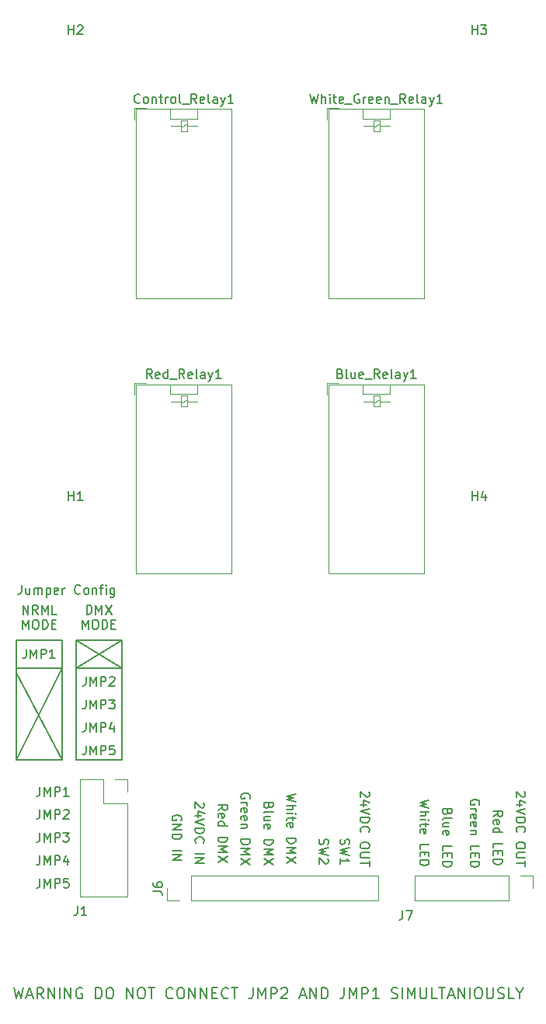
<source format=gbr>
%TF.GenerationSoftware,KiCad,Pcbnew,6.0.2+dfsg-1*%
%TF.CreationDate,2024-04-13T18:10:58-05:00*%
%TF.ProjectId,Mailbox,4d61696c-626f-4782-9e6b-696361645f70,rev?*%
%TF.SameCoordinates,Original*%
%TF.FileFunction,Legend,Top*%
%TF.FilePolarity,Positive*%
%FSLAX46Y46*%
G04 Gerber Fmt 4.6, Leading zero omitted, Abs format (unit mm)*
G04 Created by KiCad (PCBNEW 6.0.2+dfsg-1) date 2024-04-13 18:10:58*
%MOMM*%
%LPD*%
G01*
G04 APERTURE LIST*
%ADD10C,0.150000*%
%ADD11C,0.200000*%
%ADD12C,0.120000*%
G04 APERTURE END LIST*
D10*
X91537700Y-109500000D02*
X96537700Y-109500000D01*
X96537700Y-109500000D02*
X96537700Y-122500000D01*
X96537700Y-122500000D02*
X91537700Y-122500000D01*
X91537700Y-122500000D02*
X91537700Y-109500000D01*
X91537700Y-113000000D02*
X96537700Y-122500000D01*
X103037700Y-112500000D02*
X98037700Y-109500000D01*
X96537700Y-112500000D02*
X91537700Y-122500000D01*
X98037700Y-112500000D02*
X103037700Y-109500000D01*
X91537700Y-112500000D02*
X96537700Y-112500000D01*
X98037700Y-112500000D02*
X103037700Y-112500000D01*
X98037700Y-109500000D02*
X103037700Y-109500000D01*
X103037700Y-109500000D02*
X103037700Y-122500000D01*
X103037700Y-122500000D02*
X98037700Y-122500000D01*
X98037700Y-122500000D02*
X98037700Y-109500000D01*
X94132938Y-135452380D02*
X94132938Y-136166666D01*
X94085319Y-136309523D01*
X93990080Y-136404761D01*
X93847223Y-136452380D01*
X93751985Y-136452380D01*
X94609128Y-136452380D02*
X94609128Y-135452380D01*
X94942461Y-136166666D01*
X95275795Y-135452380D01*
X95275795Y-136452380D01*
X95751985Y-136452380D02*
X95751985Y-135452380D01*
X96132938Y-135452380D01*
X96228176Y-135500000D01*
X96275795Y-135547619D01*
X96323414Y-135642857D01*
X96323414Y-135785714D01*
X96275795Y-135880952D01*
X96228176Y-135928571D01*
X96132938Y-135976190D01*
X95751985Y-135976190D01*
X97228176Y-135452380D02*
X96751985Y-135452380D01*
X96704366Y-135928571D01*
X96751985Y-135880952D01*
X96847223Y-135833333D01*
X97085319Y-135833333D01*
X97180557Y-135880952D01*
X97228176Y-135928571D01*
X97275795Y-136023809D01*
X97275795Y-136261904D01*
X97228176Y-136357142D01*
X97180557Y-136404761D01*
X97085319Y-136452380D01*
X96847223Y-136452380D01*
X96751985Y-136404761D01*
X96704366Y-136357142D01*
D11*
X117000000Y-126714285D02*
X117047619Y-126619047D01*
X117047619Y-126476190D01*
X117000000Y-126333333D01*
X116904761Y-126238095D01*
X116809523Y-126190476D01*
X116619047Y-126142857D01*
X116476190Y-126142857D01*
X116285714Y-126190476D01*
X116190476Y-126238095D01*
X116095238Y-126333333D01*
X116047619Y-126476190D01*
X116047619Y-126571428D01*
X116095238Y-126714285D01*
X116142857Y-126761904D01*
X116476190Y-126761904D01*
X116476190Y-126571428D01*
X116047619Y-127190476D02*
X116714285Y-127190476D01*
X116523809Y-127190476D02*
X116619047Y-127238095D01*
X116666666Y-127285714D01*
X116714285Y-127380952D01*
X116714285Y-127476190D01*
X116095238Y-128190476D02*
X116047619Y-128095238D01*
X116047619Y-127904761D01*
X116095238Y-127809523D01*
X116190476Y-127761904D01*
X116571428Y-127761904D01*
X116666666Y-127809523D01*
X116714285Y-127904761D01*
X116714285Y-128095238D01*
X116666666Y-128190476D01*
X116571428Y-128238095D01*
X116476190Y-128238095D01*
X116380952Y-127761904D01*
X116095238Y-129047619D02*
X116047619Y-128952380D01*
X116047619Y-128761904D01*
X116095238Y-128666666D01*
X116190476Y-128619047D01*
X116571428Y-128619047D01*
X116666666Y-128666666D01*
X116714285Y-128761904D01*
X116714285Y-128952380D01*
X116666666Y-129047619D01*
X116571428Y-129095238D01*
X116476190Y-129095238D01*
X116380952Y-128619047D01*
X116714285Y-129523809D02*
X116047619Y-129523809D01*
X116619047Y-129523809D02*
X116666666Y-129571428D01*
X116714285Y-129666666D01*
X116714285Y-129809523D01*
X116666666Y-129904761D01*
X116571428Y-129952380D01*
X116047619Y-129952380D01*
X116047619Y-131190476D02*
X117047619Y-131190476D01*
X117047619Y-131428571D01*
X117000000Y-131571428D01*
X116904761Y-131666666D01*
X116809523Y-131714285D01*
X116619047Y-131761904D01*
X116476190Y-131761904D01*
X116285714Y-131714285D01*
X116190476Y-131666666D01*
X116095238Y-131571428D01*
X116047619Y-131428571D01*
X116047619Y-131190476D01*
X116047619Y-132190476D02*
X117047619Y-132190476D01*
X116333333Y-132523809D01*
X117047619Y-132857142D01*
X116047619Y-132857142D01*
X117047619Y-133238095D02*
X116047619Y-133904761D01*
X117047619Y-133904761D02*
X116047619Y-133238095D01*
X124612538Y-131166666D02*
X124564919Y-131309523D01*
X124564919Y-131547619D01*
X124612538Y-131642857D01*
X124660157Y-131690476D01*
X124755395Y-131738095D01*
X124850633Y-131738095D01*
X124945871Y-131690476D01*
X124993490Y-131642857D01*
X125041109Y-131547619D01*
X125088728Y-131357142D01*
X125136347Y-131261904D01*
X125183966Y-131214285D01*
X125279204Y-131166666D01*
X125374442Y-131166666D01*
X125469680Y-131214285D01*
X125517300Y-131261904D01*
X125564919Y-131357142D01*
X125564919Y-131595238D01*
X125517300Y-131738095D01*
X125564919Y-132071428D02*
X124564919Y-132309523D01*
X125279204Y-132500000D01*
X124564919Y-132690476D01*
X125564919Y-132928571D01*
X125469680Y-133261904D02*
X125517300Y-133309523D01*
X125564919Y-133404761D01*
X125564919Y-133642857D01*
X125517300Y-133738095D01*
X125469680Y-133785714D01*
X125374442Y-133833333D01*
X125279204Y-133833333D01*
X125136347Y-133785714D01*
X124564919Y-133214285D01*
X124564919Y-133833333D01*
D10*
X92275795Y-106647380D02*
X92275795Y-105647380D01*
X92847223Y-106647380D01*
X92847223Y-105647380D01*
X93894842Y-106647380D02*
X93561509Y-106171190D01*
X93323414Y-106647380D02*
X93323414Y-105647380D01*
X93704366Y-105647380D01*
X93799604Y-105695000D01*
X93847223Y-105742619D01*
X93894842Y-105837857D01*
X93894842Y-105980714D01*
X93847223Y-106075952D01*
X93799604Y-106123571D01*
X93704366Y-106171190D01*
X93323414Y-106171190D01*
X94323414Y-106647380D02*
X94323414Y-105647380D01*
X94656747Y-106361666D01*
X94990080Y-105647380D01*
X94990080Y-106647380D01*
X95942461Y-106647380D02*
X95466271Y-106647380D01*
X95466271Y-105647380D01*
X92228176Y-108257380D02*
X92228176Y-107257380D01*
X92561509Y-107971666D01*
X92894842Y-107257380D01*
X92894842Y-108257380D01*
X93561509Y-107257380D02*
X93751985Y-107257380D01*
X93847223Y-107305000D01*
X93942461Y-107400238D01*
X93990080Y-107590714D01*
X93990080Y-107924047D01*
X93942461Y-108114523D01*
X93847223Y-108209761D01*
X93751985Y-108257380D01*
X93561509Y-108257380D01*
X93466271Y-108209761D01*
X93371033Y-108114523D01*
X93323414Y-107924047D01*
X93323414Y-107590714D01*
X93371033Y-107400238D01*
X93466271Y-107305000D01*
X93561509Y-107257380D01*
X94418652Y-108257380D02*
X94418652Y-107257380D01*
X94656747Y-107257380D01*
X94799604Y-107305000D01*
X94894842Y-107400238D01*
X94942461Y-107495476D01*
X94990080Y-107685952D01*
X94990080Y-107828809D01*
X94942461Y-108019285D01*
X94894842Y-108114523D01*
X94799604Y-108209761D01*
X94656747Y-108257380D01*
X94418652Y-108257380D01*
X95418652Y-107733571D02*
X95751985Y-107733571D01*
X95894842Y-108257380D02*
X95418652Y-108257380D01*
X95418652Y-107257380D01*
X95894842Y-107257380D01*
X99132938Y-115952380D02*
X99132938Y-116666666D01*
X99085319Y-116809523D01*
X98990080Y-116904761D01*
X98847223Y-116952380D01*
X98751985Y-116952380D01*
X99609128Y-116952380D02*
X99609128Y-115952380D01*
X99942461Y-116666666D01*
X100275795Y-115952380D01*
X100275795Y-116952380D01*
X100751985Y-116952380D02*
X100751985Y-115952380D01*
X101132938Y-115952380D01*
X101228176Y-116000000D01*
X101275795Y-116047619D01*
X101323414Y-116142857D01*
X101323414Y-116285714D01*
X101275795Y-116380952D01*
X101228176Y-116428571D01*
X101132938Y-116476190D01*
X100751985Y-116476190D01*
X101656747Y-115952380D02*
X102275795Y-115952380D01*
X101942461Y-116333333D01*
X102085319Y-116333333D01*
X102180557Y-116380952D01*
X102228176Y-116428571D01*
X102275795Y-116523809D01*
X102275795Y-116761904D01*
X102228176Y-116857142D01*
X102180557Y-116904761D01*
X102085319Y-116952380D01*
X101799604Y-116952380D01*
X101704366Y-116904761D01*
X101656747Y-116857142D01*
D11*
X113547619Y-128000000D02*
X114023809Y-127666666D01*
X113547619Y-127428571D02*
X114547619Y-127428571D01*
X114547619Y-127809523D01*
X114500000Y-127904761D01*
X114452380Y-127952380D01*
X114357142Y-128000000D01*
X114214285Y-128000000D01*
X114119047Y-127952380D01*
X114071428Y-127904761D01*
X114023809Y-127809523D01*
X114023809Y-127428571D01*
X113595238Y-128809523D02*
X113547619Y-128714285D01*
X113547619Y-128523809D01*
X113595238Y-128428571D01*
X113690476Y-128380952D01*
X114071428Y-128380952D01*
X114166666Y-128428571D01*
X114214285Y-128523809D01*
X114214285Y-128714285D01*
X114166666Y-128809523D01*
X114071428Y-128857142D01*
X113976190Y-128857142D01*
X113880952Y-128380952D01*
X113547619Y-129714285D02*
X114547619Y-129714285D01*
X113595238Y-129714285D02*
X113547619Y-129619047D01*
X113547619Y-129428571D01*
X113595238Y-129333333D01*
X113642857Y-129285714D01*
X113738095Y-129238095D01*
X114023809Y-129238095D01*
X114119047Y-129285714D01*
X114166666Y-129333333D01*
X114214285Y-129428571D01*
X114214285Y-129619047D01*
X114166666Y-129714285D01*
X113547619Y-130952380D02*
X114547619Y-130952380D01*
X114547619Y-131190476D01*
X114500000Y-131333333D01*
X114404761Y-131428571D01*
X114309523Y-131476190D01*
X114119047Y-131523809D01*
X113976190Y-131523809D01*
X113785714Y-131476190D01*
X113690476Y-131428571D01*
X113595238Y-131333333D01*
X113547619Y-131190476D01*
X113547619Y-130952380D01*
X113547619Y-131952380D02*
X114547619Y-131952380D01*
X113833333Y-132285714D01*
X114547619Y-132619047D01*
X113547619Y-132619047D01*
X114547619Y-133000000D02*
X113547619Y-133666666D01*
X114547619Y-133666666D02*
X113547619Y-133000000D01*
X138571428Y-128190476D02*
X138523809Y-128333333D01*
X138476190Y-128380952D01*
X138380952Y-128428571D01*
X138238095Y-128428571D01*
X138142857Y-128380952D01*
X138095238Y-128333333D01*
X138047619Y-128238095D01*
X138047619Y-127857142D01*
X139047619Y-127857142D01*
X139047619Y-128190476D01*
X139000000Y-128285714D01*
X138952380Y-128333333D01*
X138857142Y-128380952D01*
X138761904Y-128380952D01*
X138666666Y-128333333D01*
X138619047Y-128285714D01*
X138571428Y-128190476D01*
X138571428Y-127857142D01*
X138047619Y-129000000D02*
X138095238Y-128904761D01*
X138190476Y-128857142D01*
X139047619Y-128857142D01*
X138714285Y-129809523D02*
X138047619Y-129809523D01*
X138714285Y-129380952D02*
X138190476Y-129380952D01*
X138095238Y-129428571D01*
X138047619Y-129523809D01*
X138047619Y-129666666D01*
X138095238Y-129761904D01*
X138142857Y-129809523D01*
X138095238Y-130666666D02*
X138047619Y-130571428D01*
X138047619Y-130380952D01*
X138095238Y-130285714D01*
X138190476Y-130238095D01*
X138571428Y-130238095D01*
X138666666Y-130285714D01*
X138714285Y-130380952D01*
X138714285Y-130571428D01*
X138666666Y-130666666D01*
X138571428Y-130714285D01*
X138476190Y-130714285D01*
X138380952Y-130238095D01*
X138047619Y-132380952D02*
X138047619Y-131904761D01*
X139047619Y-131904761D01*
X138571428Y-132714285D02*
X138571428Y-133047619D01*
X138047619Y-133190476D02*
X138047619Y-132714285D01*
X139047619Y-132714285D01*
X139047619Y-133190476D01*
X138047619Y-133619047D02*
X139047619Y-133619047D01*
X139047619Y-133857142D01*
X139000000Y-134000000D01*
X138904761Y-134095238D01*
X138809523Y-134142857D01*
X138619047Y-134190476D01*
X138476190Y-134190476D01*
X138285714Y-134142857D01*
X138190476Y-134095238D01*
X138095238Y-134000000D01*
X138047619Y-133857142D01*
X138047619Y-133619047D01*
X129952380Y-126000000D02*
X130000000Y-126047619D01*
X130047619Y-126142857D01*
X130047619Y-126380952D01*
X130000000Y-126476190D01*
X129952380Y-126523809D01*
X129857142Y-126571428D01*
X129761904Y-126571428D01*
X129619047Y-126523809D01*
X129047619Y-125952380D01*
X129047619Y-126571428D01*
X129714285Y-127428571D02*
X129047619Y-127428571D01*
X130095238Y-127190476D02*
X129380952Y-126952380D01*
X129380952Y-127571428D01*
X130047619Y-127809523D02*
X129047619Y-128142857D01*
X130047619Y-128476190D01*
X129047619Y-128809523D02*
X130047619Y-128809523D01*
X130047619Y-129047619D01*
X130000000Y-129190476D01*
X129904761Y-129285714D01*
X129809523Y-129333333D01*
X129619047Y-129380952D01*
X129476190Y-129380952D01*
X129285714Y-129333333D01*
X129190476Y-129285714D01*
X129095238Y-129190476D01*
X129047619Y-129047619D01*
X129047619Y-128809523D01*
X129142857Y-130380952D02*
X129095238Y-130333333D01*
X129047619Y-130190476D01*
X129047619Y-130095238D01*
X129095238Y-129952380D01*
X129190476Y-129857142D01*
X129285714Y-129809523D01*
X129476190Y-129761904D01*
X129619047Y-129761904D01*
X129809523Y-129809523D01*
X129904761Y-129857142D01*
X130000000Y-129952380D01*
X130047619Y-130095238D01*
X130047619Y-130190476D01*
X130000000Y-130333333D01*
X129952380Y-130380952D01*
X130047619Y-131761904D02*
X130047619Y-131952380D01*
X130000000Y-132047619D01*
X129904761Y-132142857D01*
X129714285Y-132190476D01*
X129380952Y-132190476D01*
X129190476Y-132142857D01*
X129095238Y-132047619D01*
X129047619Y-131952380D01*
X129047619Y-131761904D01*
X129095238Y-131666666D01*
X129190476Y-131571428D01*
X129380952Y-131523809D01*
X129714285Y-131523809D01*
X129904761Y-131571428D01*
X130000000Y-131666666D01*
X130047619Y-131761904D01*
X130047619Y-132619047D02*
X129238095Y-132619047D01*
X129142857Y-132666666D01*
X129095238Y-132714285D01*
X129047619Y-132809523D01*
X129047619Y-133000000D01*
X129095238Y-133095238D01*
X129142857Y-133142857D01*
X129238095Y-133190476D01*
X130047619Y-133190476D01*
X130047619Y-133523809D02*
X130047619Y-134095238D01*
X129047619Y-133809523D02*
X130047619Y-133809523D01*
D10*
X99228176Y-106647380D02*
X99228176Y-105647380D01*
X99466271Y-105647380D01*
X99609128Y-105695000D01*
X99704366Y-105790238D01*
X99751985Y-105885476D01*
X99799604Y-106075952D01*
X99799604Y-106218809D01*
X99751985Y-106409285D01*
X99704366Y-106504523D01*
X99609128Y-106599761D01*
X99466271Y-106647380D01*
X99228176Y-106647380D01*
X100228176Y-106647380D02*
X100228176Y-105647380D01*
X100561509Y-106361666D01*
X100894842Y-105647380D01*
X100894842Y-106647380D01*
X101275795Y-105647380D02*
X101942461Y-106647380D01*
X101942461Y-105647380D02*
X101275795Y-106647380D01*
X98728176Y-108257380D02*
X98728176Y-107257380D01*
X99061509Y-107971666D01*
X99394842Y-107257380D01*
X99394842Y-108257380D01*
X100061509Y-107257380D02*
X100251985Y-107257380D01*
X100347223Y-107305000D01*
X100442461Y-107400238D01*
X100490080Y-107590714D01*
X100490080Y-107924047D01*
X100442461Y-108114523D01*
X100347223Y-108209761D01*
X100251985Y-108257380D01*
X100061509Y-108257380D01*
X99966271Y-108209761D01*
X99871033Y-108114523D01*
X99823414Y-107924047D01*
X99823414Y-107590714D01*
X99871033Y-107400238D01*
X99966271Y-107305000D01*
X100061509Y-107257380D01*
X100918652Y-108257380D02*
X100918652Y-107257380D01*
X101156747Y-107257380D01*
X101299604Y-107305000D01*
X101394842Y-107400238D01*
X101442461Y-107495476D01*
X101490080Y-107685952D01*
X101490080Y-107828809D01*
X101442461Y-108019285D01*
X101394842Y-108114523D01*
X101299604Y-108209761D01*
X101156747Y-108257380D01*
X100918652Y-108257380D01*
X101918652Y-107733571D02*
X102251985Y-107733571D01*
X102394842Y-108257380D02*
X101918652Y-108257380D01*
X101918652Y-107257380D01*
X102394842Y-107257380D01*
D11*
X142000000Y-127404761D02*
X142047619Y-127309523D01*
X142047619Y-127166666D01*
X142000000Y-127023809D01*
X141904761Y-126928571D01*
X141809523Y-126880952D01*
X141619047Y-126833333D01*
X141476190Y-126833333D01*
X141285714Y-126880952D01*
X141190476Y-126928571D01*
X141095238Y-127023809D01*
X141047619Y-127166666D01*
X141047619Y-127261904D01*
X141095238Y-127404761D01*
X141142857Y-127452380D01*
X141476190Y-127452380D01*
X141476190Y-127261904D01*
X141047619Y-127880952D02*
X141714285Y-127880952D01*
X141523809Y-127880952D02*
X141619047Y-127928571D01*
X141666666Y-127976190D01*
X141714285Y-128071428D01*
X141714285Y-128166666D01*
X141095238Y-128880952D02*
X141047619Y-128785714D01*
X141047619Y-128595238D01*
X141095238Y-128500000D01*
X141190476Y-128452380D01*
X141571428Y-128452380D01*
X141666666Y-128500000D01*
X141714285Y-128595238D01*
X141714285Y-128785714D01*
X141666666Y-128880952D01*
X141571428Y-128928571D01*
X141476190Y-128928571D01*
X141380952Y-128452380D01*
X141095238Y-129738095D02*
X141047619Y-129642857D01*
X141047619Y-129452380D01*
X141095238Y-129357142D01*
X141190476Y-129309523D01*
X141571428Y-129309523D01*
X141666666Y-129357142D01*
X141714285Y-129452380D01*
X141714285Y-129642857D01*
X141666666Y-129738095D01*
X141571428Y-129785714D01*
X141476190Y-129785714D01*
X141380952Y-129309523D01*
X141714285Y-130214285D02*
X141047619Y-130214285D01*
X141619047Y-130214285D02*
X141666666Y-130261904D01*
X141714285Y-130357142D01*
X141714285Y-130500000D01*
X141666666Y-130595238D01*
X141571428Y-130642857D01*
X141047619Y-130642857D01*
X141047619Y-132357142D02*
X141047619Y-131880952D01*
X142047619Y-131880952D01*
X141571428Y-132690476D02*
X141571428Y-133023809D01*
X141047619Y-133166666D02*
X141047619Y-132690476D01*
X142047619Y-132690476D01*
X142047619Y-133166666D01*
X141047619Y-133595238D02*
X142047619Y-133595238D01*
X142047619Y-133833333D01*
X142000000Y-133976190D01*
X141904761Y-134071428D01*
X141809523Y-134119047D01*
X141619047Y-134166666D01*
X141476190Y-134166666D01*
X141285714Y-134119047D01*
X141190476Y-134071428D01*
X141095238Y-133976190D01*
X141047619Y-133833333D01*
X141047619Y-133595238D01*
X126917538Y-131166666D02*
X126869919Y-131309523D01*
X126869919Y-131547619D01*
X126917538Y-131642857D01*
X126965157Y-131690476D01*
X127060395Y-131738095D01*
X127155633Y-131738095D01*
X127250871Y-131690476D01*
X127298490Y-131642857D01*
X127346109Y-131547619D01*
X127393728Y-131357142D01*
X127441347Y-131261904D01*
X127488966Y-131214285D01*
X127584204Y-131166666D01*
X127679442Y-131166666D01*
X127774680Y-131214285D01*
X127822300Y-131261904D01*
X127869919Y-131357142D01*
X127869919Y-131595238D01*
X127822300Y-131738095D01*
X127869919Y-132071428D02*
X126869919Y-132309523D01*
X127584204Y-132500000D01*
X126869919Y-132690476D01*
X127869919Y-132928571D01*
X126869919Y-133833333D02*
X126869919Y-133261904D01*
X126869919Y-133547619D02*
X127869919Y-133547619D01*
X127727061Y-133452380D01*
X127631823Y-133357142D01*
X127584204Y-133261904D01*
X136547619Y-126928571D02*
X135547619Y-127166666D01*
X136261904Y-127357142D01*
X135547619Y-127547619D01*
X136547619Y-127785714D01*
X135547619Y-128166666D02*
X136547619Y-128166666D01*
X135547619Y-128595238D02*
X136071428Y-128595238D01*
X136166666Y-128547619D01*
X136214285Y-128452380D01*
X136214285Y-128309523D01*
X136166666Y-128214285D01*
X136119047Y-128166666D01*
X135547619Y-129071428D02*
X136214285Y-129071428D01*
X136547619Y-129071428D02*
X136500000Y-129023809D01*
X136452380Y-129071428D01*
X136500000Y-129119047D01*
X136547619Y-129071428D01*
X136452380Y-129071428D01*
X136214285Y-129404761D02*
X136214285Y-129785714D01*
X136547619Y-129547619D02*
X135690476Y-129547619D01*
X135595238Y-129595238D01*
X135547619Y-129690476D01*
X135547619Y-129785714D01*
X135595238Y-130500000D02*
X135547619Y-130404761D01*
X135547619Y-130214285D01*
X135595238Y-130119047D01*
X135690476Y-130071428D01*
X136071428Y-130071428D01*
X136166666Y-130119047D01*
X136214285Y-130214285D01*
X136214285Y-130404761D01*
X136166666Y-130500000D01*
X136071428Y-130547619D01*
X135976190Y-130547619D01*
X135880952Y-130071428D01*
X135547619Y-132214285D02*
X135547619Y-131738095D01*
X136547619Y-131738095D01*
X136071428Y-132547619D02*
X136071428Y-132880952D01*
X135547619Y-133023809D02*
X135547619Y-132547619D01*
X136547619Y-132547619D01*
X136547619Y-133023809D01*
X135547619Y-133452380D02*
X136547619Y-133452380D01*
X136547619Y-133690476D01*
X136500000Y-133833333D01*
X136404761Y-133928571D01*
X136309523Y-133976190D01*
X136119047Y-134023809D01*
X135976190Y-134023809D01*
X135785714Y-133976190D01*
X135690476Y-133928571D01*
X135595238Y-133833333D01*
X135547619Y-133690476D01*
X135547619Y-133452380D01*
X91294842Y-147342857D02*
X91580557Y-148542857D01*
X91809128Y-147685714D01*
X92037700Y-148542857D01*
X92323414Y-147342857D01*
X92723414Y-148200000D02*
X93294842Y-148200000D01*
X92609128Y-148542857D02*
X93009128Y-147342857D01*
X93409128Y-148542857D01*
X94494842Y-148542857D02*
X94094842Y-147971428D01*
X93809128Y-148542857D02*
X93809128Y-147342857D01*
X94266271Y-147342857D01*
X94380557Y-147400000D01*
X94437700Y-147457142D01*
X94494842Y-147571428D01*
X94494842Y-147742857D01*
X94437700Y-147857142D01*
X94380557Y-147914285D01*
X94266271Y-147971428D01*
X93809128Y-147971428D01*
X95009128Y-148542857D02*
X95009128Y-147342857D01*
X95694842Y-148542857D01*
X95694842Y-147342857D01*
X96266271Y-148542857D02*
X96266271Y-147342857D01*
X96837700Y-148542857D02*
X96837700Y-147342857D01*
X97523414Y-148542857D01*
X97523414Y-147342857D01*
X98723414Y-147400000D02*
X98609128Y-147342857D01*
X98437700Y-147342857D01*
X98266271Y-147400000D01*
X98151985Y-147514285D01*
X98094842Y-147628571D01*
X98037700Y-147857142D01*
X98037700Y-148028571D01*
X98094842Y-148257142D01*
X98151985Y-148371428D01*
X98266271Y-148485714D01*
X98437700Y-148542857D01*
X98551985Y-148542857D01*
X98723414Y-148485714D01*
X98780557Y-148428571D01*
X98780557Y-148028571D01*
X98551985Y-148028571D01*
X100209128Y-148542857D02*
X100209128Y-147342857D01*
X100494842Y-147342857D01*
X100666271Y-147400000D01*
X100780557Y-147514285D01*
X100837700Y-147628571D01*
X100894842Y-147857142D01*
X100894842Y-148028571D01*
X100837700Y-148257142D01*
X100780557Y-148371428D01*
X100666271Y-148485714D01*
X100494842Y-148542857D01*
X100209128Y-148542857D01*
X101637700Y-147342857D02*
X101866271Y-147342857D01*
X101980557Y-147400000D01*
X102094842Y-147514285D01*
X102151985Y-147742857D01*
X102151985Y-148142857D01*
X102094842Y-148371428D01*
X101980557Y-148485714D01*
X101866271Y-148542857D01*
X101637700Y-148542857D01*
X101523414Y-148485714D01*
X101409128Y-148371428D01*
X101351985Y-148142857D01*
X101351985Y-147742857D01*
X101409128Y-147514285D01*
X101523414Y-147400000D01*
X101637700Y-147342857D01*
X103580557Y-148542857D02*
X103580557Y-147342857D01*
X104266271Y-148542857D01*
X104266271Y-147342857D01*
X105066271Y-147342857D02*
X105294842Y-147342857D01*
X105409128Y-147400000D01*
X105523414Y-147514285D01*
X105580557Y-147742857D01*
X105580557Y-148142857D01*
X105523414Y-148371428D01*
X105409128Y-148485714D01*
X105294842Y-148542857D01*
X105066271Y-148542857D01*
X104951985Y-148485714D01*
X104837700Y-148371428D01*
X104780557Y-148142857D01*
X104780557Y-147742857D01*
X104837700Y-147514285D01*
X104951985Y-147400000D01*
X105066271Y-147342857D01*
X105923414Y-147342857D02*
X106609128Y-147342857D01*
X106266271Y-148542857D02*
X106266271Y-147342857D01*
X108609128Y-148428571D02*
X108551985Y-148485714D01*
X108380557Y-148542857D01*
X108266271Y-148542857D01*
X108094842Y-148485714D01*
X107980557Y-148371428D01*
X107923414Y-148257142D01*
X107866271Y-148028571D01*
X107866271Y-147857142D01*
X107923414Y-147628571D01*
X107980557Y-147514285D01*
X108094842Y-147400000D01*
X108266271Y-147342857D01*
X108380557Y-147342857D01*
X108551985Y-147400000D01*
X108609128Y-147457142D01*
X109351985Y-147342857D02*
X109580557Y-147342857D01*
X109694842Y-147400000D01*
X109809128Y-147514285D01*
X109866271Y-147742857D01*
X109866271Y-148142857D01*
X109809128Y-148371428D01*
X109694842Y-148485714D01*
X109580557Y-148542857D01*
X109351985Y-148542857D01*
X109237700Y-148485714D01*
X109123414Y-148371428D01*
X109066271Y-148142857D01*
X109066271Y-147742857D01*
X109123414Y-147514285D01*
X109237700Y-147400000D01*
X109351985Y-147342857D01*
X110380557Y-148542857D02*
X110380557Y-147342857D01*
X111066271Y-148542857D01*
X111066271Y-147342857D01*
X111637700Y-148542857D02*
X111637700Y-147342857D01*
X112323414Y-148542857D01*
X112323414Y-147342857D01*
X112894842Y-147914285D02*
X113294842Y-147914285D01*
X113466271Y-148542857D02*
X112894842Y-148542857D01*
X112894842Y-147342857D01*
X113466271Y-147342857D01*
X114666271Y-148428571D02*
X114609128Y-148485714D01*
X114437700Y-148542857D01*
X114323414Y-148542857D01*
X114151985Y-148485714D01*
X114037700Y-148371428D01*
X113980557Y-148257142D01*
X113923414Y-148028571D01*
X113923414Y-147857142D01*
X113980557Y-147628571D01*
X114037700Y-147514285D01*
X114151985Y-147400000D01*
X114323414Y-147342857D01*
X114437700Y-147342857D01*
X114609128Y-147400000D01*
X114666271Y-147457142D01*
X115009128Y-147342857D02*
X115694842Y-147342857D01*
X115351985Y-148542857D02*
X115351985Y-147342857D01*
X117351985Y-147342857D02*
X117351985Y-148200000D01*
X117294842Y-148371428D01*
X117180557Y-148485714D01*
X117009128Y-148542857D01*
X116894842Y-148542857D01*
X117923414Y-148542857D02*
X117923414Y-147342857D01*
X118323414Y-148200000D01*
X118723414Y-147342857D01*
X118723414Y-148542857D01*
X119294842Y-148542857D02*
X119294842Y-147342857D01*
X119751985Y-147342857D01*
X119866271Y-147400000D01*
X119923414Y-147457142D01*
X119980557Y-147571428D01*
X119980557Y-147742857D01*
X119923414Y-147857142D01*
X119866271Y-147914285D01*
X119751985Y-147971428D01*
X119294842Y-147971428D01*
X120437700Y-147457142D02*
X120494842Y-147400000D01*
X120609128Y-147342857D01*
X120894842Y-147342857D01*
X121009128Y-147400000D01*
X121066271Y-147457142D01*
X121123414Y-147571428D01*
X121123414Y-147685714D01*
X121066271Y-147857142D01*
X120380557Y-148542857D01*
X121123414Y-148542857D01*
X122494842Y-148200000D02*
X123066271Y-148200000D01*
X122380557Y-148542857D02*
X122780557Y-147342857D01*
X123180557Y-148542857D01*
X123580557Y-148542857D02*
X123580557Y-147342857D01*
X124266271Y-148542857D01*
X124266271Y-147342857D01*
X124837700Y-148542857D02*
X124837700Y-147342857D01*
X125123414Y-147342857D01*
X125294842Y-147400000D01*
X125409128Y-147514285D01*
X125466271Y-147628571D01*
X125523414Y-147857142D01*
X125523414Y-148028571D01*
X125466271Y-148257142D01*
X125409128Y-148371428D01*
X125294842Y-148485714D01*
X125123414Y-148542857D01*
X124837700Y-148542857D01*
X127294842Y-147342857D02*
X127294842Y-148200000D01*
X127237700Y-148371428D01*
X127123414Y-148485714D01*
X126951985Y-148542857D01*
X126837700Y-148542857D01*
X127866271Y-148542857D02*
X127866271Y-147342857D01*
X128266271Y-148200000D01*
X128666271Y-147342857D01*
X128666271Y-148542857D01*
X129237700Y-148542857D02*
X129237700Y-147342857D01*
X129694842Y-147342857D01*
X129809128Y-147400000D01*
X129866271Y-147457142D01*
X129923414Y-147571428D01*
X129923414Y-147742857D01*
X129866271Y-147857142D01*
X129809128Y-147914285D01*
X129694842Y-147971428D01*
X129237700Y-147971428D01*
X131066271Y-148542857D02*
X130380557Y-148542857D01*
X130723414Y-148542857D02*
X130723414Y-147342857D01*
X130609128Y-147514285D01*
X130494842Y-147628571D01*
X130380557Y-147685714D01*
X132437700Y-148485714D02*
X132609128Y-148542857D01*
X132894842Y-148542857D01*
X133009128Y-148485714D01*
X133066271Y-148428571D01*
X133123414Y-148314285D01*
X133123414Y-148200000D01*
X133066271Y-148085714D01*
X133009128Y-148028571D01*
X132894842Y-147971428D01*
X132666271Y-147914285D01*
X132551985Y-147857142D01*
X132494842Y-147800000D01*
X132437700Y-147685714D01*
X132437700Y-147571428D01*
X132494842Y-147457142D01*
X132551985Y-147400000D01*
X132666271Y-147342857D01*
X132951985Y-147342857D01*
X133123414Y-147400000D01*
X133637700Y-148542857D02*
X133637700Y-147342857D01*
X134209128Y-148542857D02*
X134209128Y-147342857D01*
X134609128Y-148200000D01*
X135009128Y-147342857D01*
X135009128Y-148542857D01*
X135580557Y-147342857D02*
X135580557Y-148314285D01*
X135637700Y-148428571D01*
X135694842Y-148485714D01*
X135809128Y-148542857D01*
X136037700Y-148542857D01*
X136151985Y-148485714D01*
X136209128Y-148428571D01*
X136266271Y-148314285D01*
X136266271Y-147342857D01*
X137409128Y-148542857D02*
X136837700Y-148542857D01*
X136837700Y-147342857D01*
X137637700Y-147342857D02*
X138323414Y-147342857D01*
X137980557Y-148542857D02*
X137980557Y-147342857D01*
X138666271Y-148200000D02*
X139237700Y-148200000D01*
X138551985Y-148542857D02*
X138951985Y-147342857D01*
X139351985Y-148542857D01*
X139751985Y-148542857D02*
X139751985Y-147342857D01*
X140437700Y-148542857D01*
X140437700Y-147342857D01*
X141009128Y-148542857D02*
X141009128Y-147342857D01*
X141809128Y-147342857D02*
X142037700Y-147342857D01*
X142151985Y-147400000D01*
X142266271Y-147514285D01*
X142323414Y-147742857D01*
X142323414Y-148142857D01*
X142266271Y-148371428D01*
X142151985Y-148485714D01*
X142037700Y-148542857D01*
X141809128Y-148542857D01*
X141694842Y-148485714D01*
X141580557Y-148371428D01*
X141523414Y-148142857D01*
X141523414Y-147742857D01*
X141580557Y-147514285D01*
X141694842Y-147400000D01*
X141809128Y-147342857D01*
X142837700Y-147342857D02*
X142837700Y-148314285D01*
X142894842Y-148428571D01*
X142951985Y-148485714D01*
X143066271Y-148542857D01*
X143294842Y-148542857D01*
X143409128Y-148485714D01*
X143466271Y-148428571D01*
X143523414Y-148314285D01*
X143523414Y-147342857D01*
X144037700Y-148485714D02*
X144209128Y-148542857D01*
X144494842Y-148542857D01*
X144609128Y-148485714D01*
X144666271Y-148428571D01*
X144723414Y-148314285D01*
X144723414Y-148200000D01*
X144666271Y-148085714D01*
X144609128Y-148028571D01*
X144494842Y-147971428D01*
X144266271Y-147914285D01*
X144151985Y-147857142D01*
X144094842Y-147800000D01*
X144037700Y-147685714D01*
X144037700Y-147571428D01*
X144094842Y-147457142D01*
X144151985Y-147400000D01*
X144266271Y-147342857D01*
X144551985Y-147342857D01*
X144723414Y-147400000D01*
X145809128Y-148542857D02*
X145237700Y-148542857D01*
X145237700Y-147342857D01*
X146437700Y-147971428D02*
X146437700Y-148542857D01*
X146037700Y-147342857D02*
X146437700Y-147971428D01*
X146837700Y-147342857D01*
X119071428Y-127500000D02*
X119023809Y-127642857D01*
X118976190Y-127690476D01*
X118880952Y-127738095D01*
X118738095Y-127738095D01*
X118642857Y-127690476D01*
X118595238Y-127642857D01*
X118547619Y-127547619D01*
X118547619Y-127166666D01*
X119547619Y-127166666D01*
X119547619Y-127500000D01*
X119500000Y-127595238D01*
X119452380Y-127642857D01*
X119357142Y-127690476D01*
X119261904Y-127690476D01*
X119166666Y-127642857D01*
X119119047Y-127595238D01*
X119071428Y-127500000D01*
X119071428Y-127166666D01*
X118547619Y-128309523D02*
X118595238Y-128214285D01*
X118690476Y-128166666D01*
X119547619Y-128166666D01*
X119214285Y-129119047D02*
X118547619Y-129119047D01*
X119214285Y-128690476D02*
X118690476Y-128690476D01*
X118595238Y-128738095D01*
X118547619Y-128833333D01*
X118547619Y-128976190D01*
X118595238Y-129071428D01*
X118642857Y-129119047D01*
X118595238Y-129976190D02*
X118547619Y-129880952D01*
X118547619Y-129690476D01*
X118595238Y-129595238D01*
X118690476Y-129547619D01*
X119071428Y-129547619D01*
X119166666Y-129595238D01*
X119214285Y-129690476D01*
X119214285Y-129880952D01*
X119166666Y-129976190D01*
X119071428Y-130023809D01*
X118976190Y-130023809D01*
X118880952Y-129547619D01*
X118547619Y-131214285D02*
X119547619Y-131214285D01*
X119547619Y-131452380D01*
X119500000Y-131595238D01*
X119404761Y-131690476D01*
X119309523Y-131738095D01*
X119119047Y-131785714D01*
X118976190Y-131785714D01*
X118785714Y-131738095D01*
X118690476Y-131690476D01*
X118595238Y-131595238D01*
X118547619Y-131452380D01*
X118547619Y-131214285D01*
X118547619Y-132214285D02*
X119547619Y-132214285D01*
X118833333Y-132547619D01*
X119547619Y-132880952D01*
X118547619Y-132880952D01*
X119547619Y-133261904D02*
X118547619Y-133928571D01*
X119547619Y-133928571D02*
X118547619Y-133261904D01*
X122047619Y-126238095D02*
X121047619Y-126476190D01*
X121761904Y-126666666D01*
X121047619Y-126857142D01*
X122047619Y-127095238D01*
X121047619Y-127476190D02*
X122047619Y-127476190D01*
X121047619Y-127904761D02*
X121571428Y-127904761D01*
X121666666Y-127857142D01*
X121714285Y-127761904D01*
X121714285Y-127619047D01*
X121666666Y-127523809D01*
X121619047Y-127476190D01*
X121047619Y-128380952D02*
X121714285Y-128380952D01*
X122047619Y-128380952D02*
X122000000Y-128333333D01*
X121952380Y-128380952D01*
X122000000Y-128428571D01*
X122047619Y-128380952D01*
X121952380Y-128380952D01*
X121714285Y-128714285D02*
X121714285Y-129095238D01*
X122047619Y-128857142D02*
X121190476Y-128857142D01*
X121095238Y-128904761D01*
X121047619Y-129000000D01*
X121047619Y-129095238D01*
X121095238Y-129809523D02*
X121047619Y-129714285D01*
X121047619Y-129523809D01*
X121095238Y-129428571D01*
X121190476Y-129380952D01*
X121571428Y-129380952D01*
X121666666Y-129428571D01*
X121714285Y-129523809D01*
X121714285Y-129714285D01*
X121666666Y-129809523D01*
X121571428Y-129857142D01*
X121476190Y-129857142D01*
X121380952Y-129380952D01*
X121047619Y-131047619D02*
X122047619Y-131047619D01*
X122047619Y-131285714D01*
X122000000Y-131428571D01*
X121904761Y-131523809D01*
X121809523Y-131571428D01*
X121619047Y-131619047D01*
X121476190Y-131619047D01*
X121285714Y-131571428D01*
X121190476Y-131523809D01*
X121095238Y-131428571D01*
X121047619Y-131285714D01*
X121047619Y-131047619D01*
X121047619Y-132047619D02*
X122047619Y-132047619D01*
X121333333Y-132380952D01*
X122047619Y-132714285D01*
X121047619Y-132714285D01*
X122047619Y-133095238D02*
X121047619Y-133761904D01*
X122047619Y-133761904D02*
X121047619Y-133095238D01*
D10*
X94132938Y-132952380D02*
X94132938Y-133666666D01*
X94085319Y-133809523D01*
X93990080Y-133904761D01*
X93847223Y-133952380D01*
X93751985Y-133952380D01*
X94609128Y-133952380D02*
X94609128Y-132952380D01*
X94942461Y-133666666D01*
X95275795Y-132952380D01*
X95275795Y-133952380D01*
X95751985Y-133952380D02*
X95751985Y-132952380D01*
X96132938Y-132952380D01*
X96228176Y-133000000D01*
X96275795Y-133047619D01*
X96323414Y-133142857D01*
X96323414Y-133285714D01*
X96275795Y-133380952D01*
X96228176Y-133428571D01*
X96132938Y-133476190D01*
X95751985Y-133476190D01*
X97180557Y-133285714D02*
X97180557Y-133952380D01*
X96942461Y-132904761D02*
X96704366Y-133619047D01*
X97323414Y-133619047D01*
D11*
X109500000Y-129095238D02*
X109547619Y-129000000D01*
X109547619Y-128857142D01*
X109500000Y-128714285D01*
X109404761Y-128619047D01*
X109309523Y-128571428D01*
X109119047Y-128523809D01*
X108976190Y-128523809D01*
X108785714Y-128571428D01*
X108690476Y-128619047D01*
X108595238Y-128714285D01*
X108547619Y-128857142D01*
X108547619Y-128952380D01*
X108595238Y-129095238D01*
X108642857Y-129142857D01*
X108976190Y-129142857D01*
X108976190Y-128952380D01*
X108547619Y-129571428D02*
X109547619Y-129571428D01*
X108547619Y-130142857D01*
X109547619Y-130142857D01*
X108547619Y-130619047D02*
X109547619Y-130619047D01*
X109547619Y-130857142D01*
X109500000Y-131000000D01*
X109404761Y-131095238D01*
X109309523Y-131142857D01*
X109119047Y-131190476D01*
X108976190Y-131190476D01*
X108785714Y-131142857D01*
X108690476Y-131095238D01*
X108595238Y-131000000D01*
X108547619Y-130857142D01*
X108547619Y-130619047D01*
X108547619Y-132380952D02*
X109547619Y-132380952D01*
X108547619Y-132857142D02*
X109547619Y-132857142D01*
X108547619Y-133428571D01*
X109547619Y-133428571D01*
X146952380Y-126000000D02*
X147000000Y-126047619D01*
X147047619Y-126142857D01*
X147047619Y-126380952D01*
X147000000Y-126476190D01*
X146952380Y-126523809D01*
X146857142Y-126571428D01*
X146761904Y-126571428D01*
X146619047Y-126523809D01*
X146047619Y-125952380D01*
X146047619Y-126571428D01*
X146714285Y-127428571D02*
X146047619Y-127428571D01*
X147095238Y-127190476D02*
X146380952Y-126952380D01*
X146380952Y-127571428D01*
X147047619Y-127809523D02*
X146047619Y-128142857D01*
X147047619Y-128476190D01*
X146047619Y-128809523D02*
X147047619Y-128809523D01*
X147047619Y-129047619D01*
X147000000Y-129190476D01*
X146904761Y-129285714D01*
X146809523Y-129333333D01*
X146619047Y-129380952D01*
X146476190Y-129380952D01*
X146285714Y-129333333D01*
X146190476Y-129285714D01*
X146095238Y-129190476D01*
X146047619Y-129047619D01*
X146047619Y-128809523D01*
X146142857Y-130380952D02*
X146095238Y-130333333D01*
X146047619Y-130190476D01*
X146047619Y-130095238D01*
X146095238Y-129952380D01*
X146190476Y-129857142D01*
X146285714Y-129809523D01*
X146476190Y-129761904D01*
X146619047Y-129761904D01*
X146809523Y-129809523D01*
X146904761Y-129857142D01*
X147000000Y-129952380D01*
X147047619Y-130095238D01*
X147047619Y-130190476D01*
X147000000Y-130333333D01*
X146952380Y-130380952D01*
X147047619Y-131761904D02*
X147047619Y-131952380D01*
X147000000Y-132047619D01*
X146904761Y-132142857D01*
X146714285Y-132190476D01*
X146380952Y-132190476D01*
X146190476Y-132142857D01*
X146095238Y-132047619D01*
X146047619Y-131952380D01*
X146047619Y-131761904D01*
X146095238Y-131666666D01*
X146190476Y-131571428D01*
X146380952Y-131523809D01*
X146714285Y-131523809D01*
X146904761Y-131571428D01*
X147000000Y-131666666D01*
X147047619Y-131761904D01*
X147047619Y-132619047D02*
X146238095Y-132619047D01*
X146142857Y-132666666D01*
X146095238Y-132714285D01*
X146047619Y-132809523D01*
X146047619Y-133000000D01*
X146095238Y-133095238D01*
X146142857Y-133142857D01*
X146238095Y-133190476D01*
X147047619Y-133190476D01*
X147047619Y-133523809D02*
X147047619Y-134095238D01*
X146047619Y-133809523D02*
X147047619Y-133809523D01*
D10*
X92109128Y-103452380D02*
X92109128Y-104166666D01*
X92061509Y-104309523D01*
X91966271Y-104404761D01*
X91823414Y-104452380D01*
X91728176Y-104452380D01*
X93013890Y-103785714D02*
X93013890Y-104452380D01*
X92585319Y-103785714D02*
X92585319Y-104309523D01*
X92632938Y-104404761D01*
X92728176Y-104452380D01*
X92871033Y-104452380D01*
X92966271Y-104404761D01*
X93013890Y-104357142D01*
X93490080Y-104452380D02*
X93490080Y-103785714D01*
X93490080Y-103880952D02*
X93537700Y-103833333D01*
X93632938Y-103785714D01*
X93775795Y-103785714D01*
X93871033Y-103833333D01*
X93918652Y-103928571D01*
X93918652Y-104452380D01*
X93918652Y-103928571D02*
X93966271Y-103833333D01*
X94061509Y-103785714D01*
X94204366Y-103785714D01*
X94299604Y-103833333D01*
X94347223Y-103928571D01*
X94347223Y-104452380D01*
X94823414Y-103785714D02*
X94823414Y-104785714D01*
X94823414Y-103833333D02*
X94918652Y-103785714D01*
X95109128Y-103785714D01*
X95204366Y-103833333D01*
X95251985Y-103880952D01*
X95299604Y-103976190D01*
X95299604Y-104261904D01*
X95251985Y-104357142D01*
X95204366Y-104404761D01*
X95109128Y-104452380D01*
X94918652Y-104452380D01*
X94823414Y-104404761D01*
X96109128Y-104404761D02*
X96013890Y-104452380D01*
X95823414Y-104452380D01*
X95728176Y-104404761D01*
X95680557Y-104309523D01*
X95680557Y-103928571D01*
X95728176Y-103833333D01*
X95823414Y-103785714D01*
X96013890Y-103785714D01*
X96109128Y-103833333D01*
X96156747Y-103928571D01*
X96156747Y-104023809D01*
X95680557Y-104119047D01*
X96585319Y-104452380D02*
X96585319Y-103785714D01*
X96585319Y-103976190D02*
X96632938Y-103880952D01*
X96680557Y-103833333D01*
X96775795Y-103785714D01*
X96871033Y-103785714D01*
X98537700Y-104357142D02*
X98490080Y-104404761D01*
X98347223Y-104452380D01*
X98251985Y-104452380D01*
X98109128Y-104404761D01*
X98013890Y-104309523D01*
X97966271Y-104214285D01*
X97918652Y-104023809D01*
X97918652Y-103880952D01*
X97966271Y-103690476D01*
X98013890Y-103595238D01*
X98109128Y-103500000D01*
X98251985Y-103452380D01*
X98347223Y-103452380D01*
X98490080Y-103500000D01*
X98537700Y-103547619D01*
X99109128Y-104452380D02*
X99013890Y-104404761D01*
X98966271Y-104357142D01*
X98918652Y-104261904D01*
X98918652Y-103976190D01*
X98966271Y-103880952D01*
X99013890Y-103833333D01*
X99109128Y-103785714D01*
X99251985Y-103785714D01*
X99347223Y-103833333D01*
X99394842Y-103880952D01*
X99442461Y-103976190D01*
X99442461Y-104261904D01*
X99394842Y-104357142D01*
X99347223Y-104404761D01*
X99251985Y-104452380D01*
X99109128Y-104452380D01*
X99871033Y-103785714D02*
X99871033Y-104452380D01*
X99871033Y-103880952D02*
X99918652Y-103833333D01*
X100013890Y-103785714D01*
X100156747Y-103785714D01*
X100251985Y-103833333D01*
X100299604Y-103928571D01*
X100299604Y-104452380D01*
X100632938Y-103785714D02*
X101013890Y-103785714D01*
X100775795Y-104452380D02*
X100775795Y-103595238D01*
X100823414Y-103500000D01*
X100918652Y-103452380D01*
X101013890Y-103452380D01*
X101347223Y-104452380D02*
X101347223Y-103785714D01*
X101347223Y-103452380D02*
X101299604Y-103500000D01*
X101347223Y-103547619D01*
X101394842Y-103500000D01*
X101347223Y-103452380D01*
X101347223Y-103547619D01*
X102251985Y-103785714D02*
X102251985Y-104595238D01*
X102204366Y-104690476D01*
X102156747Y-104738095D01*
X102061509Y-104785714D01*
X101918652Y-104785714D01*
X101823414Y-104738095D01*
X102251985Y-104404761D02*
X102156747Y-104452380D01*
X101966271Y-104452380D01*
X101871033Y-104404761D01*
X101823414Y-104357142D01*
X101775795Y-104261904D01*
X101775795Y-103976190D01*
X101823414Y-103880952D01*
X101871033Y-103833333D01*
X101966271Y-103785714D01*
X102156747Y-103785714D01*
X102251985Y-103833333D01*
D11*
X143547619Y-128690476D02*
X144023809Y-128357142D01*
X143547619Y-128119047D02*
X144547619Y-128119047D01*
X144547619Y-128500000D01*
X144500000Y-128595238D01*
X144452380Y-128642857D01*
X144357142Y-128690476D01*
X144214285Y-128690476D01*
X144119047Y-128642857D01*
X144071428Y-128595238D01*
X144023809Y-128500000D01*
X144023809Y-128119047D01*
X143595238Y-129500000D02*
X143547619Y-129404761D01*
X143547619Y-129214285D01*
X143595238Y-129119047D01*
X143690476Y-129071428D01*
X144071428Y-129071428D01*
X144166666Y-129119047D01*
X144214285Y-129214285D01*
X144214285Y-129404761D01*
X144166666Y-129500000D01*
X144071428Y-129547619D01*
X143976190Y-129547619D01*
X143880952Y-129071428D01*
X143547619Y-130404761D02*
X144547619Y-130404761D01*
X143595238Y-130404761D02*
X143547619Y-130309523D01*
X143547619Y-130119047D01*
X143595238Y-130023809D01*
X143642857Y-129976190D01*
X143738095Y-129928571D01*
X144023809Y-129928571D01*
X144119047Y-129976190D01*
X144166666Y-130023809D01*
X144214285Y-130119047D01*
X144214285Y-130309523D01*
X144166666Y-130404761D01*
X143547619Y-132119047D02*
X143547619Y-131642857D01*
X144547619Y-131642857D01*
X144071428Y-132452380D02*
X144071428Y-132785714D01*
X143547619Y-132928571D02*
X143547619Y-132452380D01*
X144547619Y-132452380D01*
X144547619Y-132928571D01*
X143547619Y-133357142D02*
X144547619Y-133357142D01*
X144547619Y-133595238D01*
X144500000Y-133738095D01*
X144404761Y-133833333D01*
X144309523Y-133880952D01*
X144119047Y-133928571D01*
X143976190Y-133928571D01*
X143785714Y-133880952D01*
X143690476Y-133833333D01*
X143595238Y-133738095D01*
X143547619Y-133595238D01*
X143547619Y-133357142D01*
D10*
X99132938Y-120952380D02*
X99132938Y-121666666D01*
X99085319Y-121809523D01*
X98990080Y-121904761D01*
X98847223Y-121952380D01*
X98751985Y-121952380D01*
X99609128Y-121952380D02*
X99609128Y-120952380D01*
X99942461Y-121666666D01*
X100275795Y-120952380D01*
X100275795Y-121952380D01*
X100751985Y-121952380D02*
X100751985Y-120952380D01*
X101132938Y-120952380D01*
X101228176Y-121000000D01*
X101275795Y-121047619D01*
X101323414Y-121142857D01*
X101323414Y-121285714D01*
X101275795Y-121380952D01*
X101228176Y-121428571D01*
X101132938Y-121476190D01*
X100751985Y-121476190D01*
X102228176Y-120952380D02*
X101751985Y-120952380D01*
X101704366Y-121428571D01*
X101751985Y-121380952D01*
X101847223Y-121333333D01*
X102085319Y-121333333D01*
X102180557Y-121380952D01*
X102228176Y-121428571D01*
X102275795Y-121523809D01*
X102275795Y-121761904D01*
X102228176Y-121857142D01*
X102180557Y-121904761D01*
X102085319Y-121952380D01*
X101847223Y-121952380D01*
X101751985Y-121904761D01*
X101704366Y-121857142D01*
X99132938Y-113452380D02*
X99132938Y-114166666D01*
X99085319Y-114309523D01*
X98990080Y-114404761D01*
X98847223Y-114452380D01*
X98751985Y-114452380D01*
X99609128Y-114452380D02*
X99609128Y-113452380D01*
X99942461Y-114166666D01*
X100275795Y-113452380D01*
X100275795Y-114452380D01*
X100751985Y-114452380D02*
X100751985Y-113452380D01*
X101132938Y-113452380D01*
X101228176Y-113500000D01*
X101275795Y-113547619D01*
X101323414Y-113642857D01*
X101323414Y-113785714D01*
X101275795Y-113880952D01*
X101228176Y-113928571D01*
X101132938Y-113976190D01*
X100751985Y-113976190D01*
X101704366Y-113547619D02*
X101751985Y-113500000D01*
X101847223Y-113452380D01*
X102085319Y-113452380D01*
X102180557Y-113500000D01*
X102228176Y-113547619D01*
X102275795Y-113642857D01*
X102275795Y-113738095D01*
X102228176Y-113880952D01*
X101656747Y-114452380D01*
X102275795Y-114452380D01*
D11*
X111952380Y-127166666D02*
X112000000Y-127214285D01*
X112047619Y-127309523D01*
X112047619Y-127547619D01*
X112000000Y-127642857D01*
X111952380Y-127690476D01*
X111857142Y-127738095D01*
X111761904Y-127738095D01*
X111619047Y-127690476D01*
X111047619Y-127119047D01*
X111047619Y-127738095D01*
X111714285Y-128595238D02*
X111047619Y-128595238D01*
X112095238Y-128357142D02*
X111380952Y-128119047D01*
X111380952Y-128738095D01*
X112047619Y-128976190D02*
X111047619Y-129309523D01*
X112047619Y-129642857D01*
X111047619Y-129976190D02*
X112047619Y-129976190D01*
X112047619Y-130214285D01*
X112000000Y-130357142D01*
X111904761Y-130452380D01*
X111809523Y-130500000D01*
X111619047Y-130547619D01*
X111476190Y-130547619D01*
X111285714Y-130500000D01*
X111190476Y-130452380D01*
X111095238Y-130357142D01*
X111047619Y-130214285D01*
X111047619Y-129976190D01*
X111142857Y-131547619D02*
X111095238Y-131500000D01*
X111047619Y-131357142D01*
X111047619Y-131261904D01*
X111095238Y-131119047D01*
X111190476Y-131023809D01*
X111285714Y-130976190D01*
X111476190Y-130928571D01*
X111619047Y-130928571D01*
X111809523Y-130976190D01*
X111904761Y-131023809D01*
X112000000Y-131119047D01*
X112047619Y-131261904D01*
X112047619Y-131357142D01*
X112000000Y-131500000D01*
X111952380Y-131547619D01*
X111047619Y-132738095D02*
X112047619Y-132738095D01*
X111047619Y-133214285D02*
X112047619Y-133214285D01*
X111047619Y-133785714D01*
X112047619Y-133785714D01*
D10*
X94132938Y-127952380D02*
X94132938Y-128666666D01*
X94085319Y-128809523D01*
X93990080Y-128904761D01*
X93847223Y-128952380D01*
X93751985Y-128952380D01*
X94609128Y-128952380D02*
X94609128Y-127952380D01*
X94942461Y-128666666D01*
X95275795Y-127952380D01*
X95275795Y-128952380D01*
X95751985Y-128952380D02*
X95751985Y-127952380D01*
X96132938Y-127952380D01*
X96228176Y-128000000D01*
X96275795Y-128047619D01*
X96323414Y-128142857D01*
X96323414Y-128285714D01*
X96275795Y-128380952D01*
X96228176Y-128428571D01*
X96132938Y-128476190D01*
X95751985Y-128476190D01*
X96704366Y-128047619D02*
X96751985Y-128000000D01*
X96847223Y-127952380D01*
X97085319Y-127952380D01*
X97180557Y-128000000D01*
X97228176Y-128047619D01*
X97275795Y-128142857D01*
X97275795Y-128238095D01*
X97228176Y-128380952D01*
X96656747Y-128952380D01*
X97275795Y-128952380D01*
X99132938Y-118452380D02*
X99132938Y-119166666D01*
X99085319Y-119309523D01*
X98990080Y-119404761D01*
X98847223Y-119452380D01*
X98751985Y-119452380D01*
X99609128Y-119452380D02*
X99609128Y-118452380D01*
X99942461Y-119166666D01*
X100275795Y-118452380D01*
X100275795Y-119452380D01*
X100751985Y-119452380D02*
X100751985Y-118452380D01*
X101132938Y-118452380D01*
X101228176Y-118500000D01*
X101275795Y-118547619D01*
X101323414Y-118642857D01*
X101323414Y-118785714D01*
X101275795Y-118880952D01*
X101228176Y-118928571D01*
X101132938Y-118976190D01*
X100751985Y-118976190D01*
X102180557Y-118785714D02*
X102180557Y-119452380D01*
X101942461Y-118404761D02*
X101704366Y-119119047D01*
X102323414Y-119119047D01*
X94132938Y-130452380D02*
X94132938Y-131166666D01*
X94085319Y-131309523D01*
X93990080Y-131404761D01*
X93847223Y-131452380D01*
X93751985Y-131452380D01*
X94609128Y-131452380D02*
X94609128Y-130452380D01*
X94942461Y-131166666D01*
X95275795Y-130452380D01*
X95275795Y-131452380D01*
X95751985Y-131452380D02*
X95751985Y-130452380D01*
X96132938Y-130452380D01*
X96228176Y-130500000D01*
X96275795Y-130547619D01*
X96323414Y-130642857D01*
X96323414Y-130785714D01*
X96275795Y-130880952D01*
X96228176Y-130928571D01*
X96132938Y-130976190D01*
X95751985Y-130976190D01*
X96656747Y-130452380D02*
X97275795Y-130452380D01*
X96942461Y-130833333D01*
X97085319Y-130833333D01*
X97180557Y-130880952D01*
X97228176Y-130928571D01*
X97275795Y-131023809D01*
X97275795Y-131261904D01*
X97228176Y-131357142D01*
X97180557Y-131404761D01*
X97085319Y-131452380D01*
X96799604Y-131452380D01*
X96704366Y-131404761D01*
X96656747Y-131357142D01*
X92632938Y-110452380D02*
X92632938Y-111166666D01*
X92585319Y-111309523D01*
X92490080Y-111404761D01*
X92347223Y-111452380D01*
X92251985Y-111452380D01*
X93109128Y-111452380D02*
X93109128Y-110452380D01*
X93442461Y-111166666D01*
X93775795Y-110452380D01*
X93775795Y-111452380D01*
X94251985Y-111452380D02*
X94251985Y-110452380D01*
X94632938Y-110452380D01*
X94728176Y-110500000D01*
X94775795Y-110547619D01*
X94823414Y-110642857D01*
X94823414Y-110785714D01*
X94775795Y-110880952D01*
X94728176Y-110928571D01*
X94632938Y-110976190D01*
X94251985Y-110976190D01*
X95775795Y-111452380D02*
X95204366Y-111452380D01*
X95490080Y-111452380D02*
X95490080Y-110452380D01*
X95394842Y-110595238D01*
X95299604Y-110690476D01*
X95204366Y-110738095D01*
X94132938Y-125452380D02*
X94132938Y-126166666D01*
X94085319Y-126309523D01*
X93990080Y-126404761D01*
X93847223Y-126452380D01*
X93751985Y-126452380D01*
X94609128Y-126452380D02*
X94609128Y-125452380D01*
X94942461Y-126166666D01*
X95275795Y-125452380D01*
X95275795Y-126452380D01*
X95751985Y-126452380D02*
X95751985Y-125452380D01*
X96132938Y-125452380D01*
X96228176Y-125500000D01*
X96275795Y-125547619D01*
X96323414Y-125642857D01*
X96323414Y-125785714D01*
X96275795Y-125880952D01*
X96228176Y-125928571D01*
X96132938Y-125976190D01*
X95751985Y-125976190D01*
X97275795Y-126452380D02*
X96704366Y-126452380D01*
X96990080Y-126452380D02*
X96990080Y-125452380D01*
X96894842Y-125595238D01*
X96799604Y-125690476D01*
X96704366Y-125738095D01*
%TO.C,H2*%
X97238095Y-43452380D02*
X97238095Y-42452380D01*
X97238095Y-42928571D02*
X97809523Y-42928571D01*
X97809523Y-43452380D02*
X97809523Y-42452380D01*
X98238095Y-42547619D02*
X98285714Y-42500000D01*
X98380952Y-42452380D01*
X98619047Y-42452380D01*
X98714285Y-42500000D01*
X98761904Y-42547619D01*
X98809523Y-42642857D01*
X98809523Y-42738095D01*
X98761904Y-42880952D01*
X98190476Y-43452380D01*
X98809523Y-43452380D01*
%TO.C,White_Green_Relay1*%
X123595714Y-49952380D02*
X123833809Y-50952380D01*
X124024285Y-50238095D01*
X124214761Y-50952380D01*
X124452857Y-49952380D01*
X124833809Y-50952380D02*
X124833809Y-49952380D01*
X125262380Y-50952380D02*
X125262380Y-50428571D01*
X125214761Y-50333333D01*
X125119523Y-50285714D01*
X124976666Y-50285714D01*
X124881428Y-50333333D01*
X124833809Y-50380952D01*
X125738571Y-50952380D02*
X125738571Y-50285714D01*
X125738571Y-49952380D02*
X125690952Y-50000000D01*
X125738571Y-50047619D01*
X125786190Y-50000000D01*
X125738571Y-49952380D01*
X125738571Y-50047619D01*
X126071904Y-50285714D02*
X126452857Y-50285714D01*
X126214761Y-49952380D02*
X126214761Y-50809523D01*
X126262380Y-50904761D01*
X126357619Y-50952380D01*
X126452857Y-50952380D01*
X127167142Y-50904761D02*
X127071904Y-50952380D01*
X126881428Y-50952380D01*
X126786190Y-50904761D01*
X126738571Y-50809523D01*
X126738571Y-50428571D01*
X126786190Y-50333333D01*
X126881428Y-50285714D01*
X127071904Y-50285714D01*
X127167142Y-50333333D01*
X127214761Y-50428571D01*
X127214761Y-50523809D01*
X126738571Y-50619047D01*
X127405238Y-51047619D02*
X128167142Y-51047619D01*
X128929047Y-50000000D02*
X128833809Y-49952380D01*
X128690952Y-49952380D01*
X128548095Y-50000000D01*
X128452857Y-50095238D01*
X128405238Y-50190476D01*
X128357619Y-50380952D01*
X128357619Y-50523809D01*
X128405238Y-50714285D01*
X128452857Y-50809523D01*
X128548095Y-50904761D01*
X128690952Y-50952380D01*
X128786190Y-50952380D01*
X128929047Y-50904761D01*
X128976666Y-50857142D01*
X128976666Y-50523809D01*
X128786190Y-50523809D01*
X129405238Y-50952380D02*
X129405238Y-50285714D01*
X129405238Y-50476190D02*
X129452857Y-50380952D01*
X129500476Y-50333333D01*
X129595714Y-50285714D01*
X129690952Y-50285714D01*
X130405238Y-50904761D02*
X130310000Y-50952380D01*
X130119523Y-50952380D01*
X130024285Y-50904761D01*
X129976666Y-50809523D01*
X129976666Y-50428571D01*
X130024285Y-50333333D01*
X130119523Y-50285714D01*
X130310000Y-50285714D01*
X130405238Y-50333333D01*
X130452857Y-50428571D01*
X130452857Y-50523809D01*
X129976666Y-50619047D01*
X131262380Y-50904761D02*
X131167142Y-50952380D01*
X130976666Y-50952380D01*
X130881428Y-50904761D01*
X130833809Y-50809523D01*
X130833809Y-50428571D01*
X130881428Y-50333333D01*
X130976666Y-50285714D01*
X131167142Y-50285714D01*
X131262380Y-50333333D01*
X131310000Y-50428571D01*
X131310000Y-50523809D01*
X130833809Y-50619047D01*
X131738571Y-50285714D02*
X131738571Y-50952380D01*
X131738571Y-50380952D02*
X131786190Y-50333333D01*
X131881428Y-50285714D01*
X132024285Y-50285714D01*
X132119523Y-50333333D01*
X132167142Y-50428571D01*
X132167142Y-50952380D01*
X132405238Y-51047619D02*
X133167142Y-51047619D01*
X133976666Y-50952380D02*
X133643333Y-50476190D01*
X133405238Y-50952380D02*
X133405238Y-49952380D01*
X133786190Y-49952380D01*
X133881428Y-50000000D01*
X133929047Y-50047619D01*
X133976666Y-50142857D01*
X133976666Y-50285714D01*
X133929047Y-50380952D01*
X133881428Y-50428571D01*
X133786190Y-50476190D01*
X133405238Y-50476190D01*
X134786190Y-50904761D02*
X134690952Y-50952380D01*
X134500476Y-50952380D01*
X134405238Y-50904761D01*
X134357619Y-50809523D01*
X134357619Y-50428571D01*
X134405238Y-50333333D01*
X134500476Y-50285714D01*
X134690952Y-50285714D01*
X134786190Y-50333333D01*
X134833809Y-50428571D01*
X134833809Y-50523809D01*
X134357619Y-50619047D01*
X135405238Y-50952380D02*
X135310000Y-50904761D01*
X135262380Y-50809523D01*
X135262380Y-49952380D01*
X136214761Y-50952380D02*
X136214761Y-50428571D01*
X136167142Y-50333333D01*
X136071904Y-50285714D01*
X135881428Y-50285714D01*
X135786190Y-50333333D01*
X136214761Y-50904761D02*
X136119523Y-50952380D01*
X135881428Y-50952380D01*
X135786190Y-50904761D01*
X135738571Y-50809523D01*
X135738571Y-50714285D01*
X135786190Y-50619047D01*
X135881428Y-50571428D01*
X136119523Y-50571428D01*
X136214761Y-50523809D01*
X136595714Y-50285714D02*
X136833809Y-50952380D01*
X137071904Y-50285714D02*
X136833809Y-50952380D01*
X136738571Y-51190476D01*
X136690952Y-51238095D01*
X136595714Y-51285714D01*
X137976666Y-50952380D02*
X137405238Y-50952380D01*
X137690952Y-50952380D02*
X137690952Y-49952380D01*
X137595714Y-50095238D01*
X137500476Y-50190476D01*
X137405238Y-50238095D01*
%TO.C,H1*%
X97238095Y-94252380D02*
X97238095Y-93252380D01*
X97238095Y-93728571D02*
X97809523Y-93728571D01*
X97809523Y-94252380D02*
X97809523Y-93252380D01*
X98809523Y-94252380D02*
X98238095Y-94252380D01*
X98523809Y-94252380D02*
X98523809Y-93252380D01*
X98428571Y-93395238D01*
X98333333Y-93490476D01*
X98238095Y-93538095D01*
%TO.C,H4*%
X141238095Y-94252380D02*
X141238095Y-93252380D01*
X141238095Y-93728571D02*
X141809523Y-93728571D01*
X141809523Y-94252380D02*
X141809523Y-93252380D01*
X142714285Y-93585714D02*
X142714285Y-94252380D01*
X142476190Y-93204761D02*
X142238095Y-93919047D01*
X142857142Y-93919047D01*
%TO.C,J1*%
X98204366Y-138452380D02*
X98204366Y-139166666D01*
X98156747Y-139309523D01*
X98061509Y-139404761D01*
X97918652Y-139452380D01*
X97823414Y-139452380D01*
X99204366Y-139452380D02*
X98632938Y-139452380D01*
X98918652Y-139452380D02*
X98918652Y-138452380D01*
X98823414Y-138595238D01*
X98728176Y-138690476D01*
X98632938Y-138738095D01*
%TO.C,J7*%
X133666666Y-138952380D02*
X133666666Y-139666666D01*
X133619047Y-139809523D01*
X133523809Y-139904761D01*
X133380952Y-139952380D01*
X133285714Y-139952380D01*
X134047619Y-138952380D02*
X134714285Y-138952380D01*
X134285714Y-139952380D01*
%TO.C,Red_Relay1*%
X106357619Y-80952380D02*
X106024285Y-80476190D01*
X105786190Y-80952380D02*
X105786190Y-79952380D01*
X106167142Y-79952380D01*
X106262380Y-80000000D01*
X106310000Y-80047619D01*
X106357619Y-80142857D01*
X106357619Y-80285714D01*
X106310000Y-80380952D01*
X106262380Y-80428571D01*
X106167142Y-80476190D01*
X105786190Y-80476190D01*
X107167142Y-80904761D02*
X107071904Y-80952380D01*
X106881428Y-80952380D01*
X106786190Y-80904761D01*
X106738571Y-80809523D01*
X106738571Y-80428571D01*
X106786190Y-80333333D01*
X106881428Y-80285714D01*
X107071904Y-80285714D01*
X107167142Y-80333333D01*
X107214761Y-80428571D01*
X107214761Y-80523809D01*
X106738571Y-80619047D01*
X108071904Y-80952380D02*
X108071904Y-79952380D01*
X108071904Y-80904761D02*
X107976666Y-80952380D01*
X107786190Y-80952380D01*
X107690952Y-80904761D01*
X107643333Y-80857142D01*
X107595714Y-80761904D01*
X107595714Y-80476190D01*
X107643333Y-80380952D01*
X107690952Y-80333333D01*
X107786190Y-80285714D01*
X107976666Y-80285714D01*
X108071904Y-80333333D01*
X108310000Y-81047619D02*
X109071904Y-81047619D01*
X109881428Y-80952380D02*
X109548095Y-80476190D01*
X109310000Y-80952380D02*
X109310000Y-79952380D01*
X109690952Y-79952380D01*
X109786190Y-80000000D01*
X109833809Y-80047619D01*
X109881428Y-80142857D01*
X109881428Y-80285714D01*
X109833809Y-80380952D01*
X109786190Y-80428571D01*
X109690952Y-80476190D01*
X109310000Y-80476190D01*
X110690952Y-80904761D02*
X110595714Y-80952380D01*
X110405238Y-80952380D01*
X110310000Y-80904761D01*
X110262380Y-80809523D01*
X110262380Y-80428571D01*
X110310000Y-80333333D01*
X110405238Y-80285714D01*
X110595714Y-80285714D01*
X110690952Y-80333333D01*
X110738571Y-80428571D01*
X110738571Y-80523809D01*
X110262380Y-80619047D01*
X111310000Y-80952380D02*
X111214761Y-80904761D01*
X111167142Y-80809523D01*
X111167142Y-79952380D01*
X112119523Y-80952380D02*
X112119523Y-80428571D01*
X112071904Y-80333333D01*
X111976666Y-80285714D01*
X111786190Y-80285714D01*
X111690952Y-80333333D01*
X112119523Y-80904761D02*
X112024285Y-80952380D01*
X111786190Y-80952380D01*
X111690952Y-80904761D01*
X111643333Y-80809523D01*
X111643333Y-80714285D01*
X111690952Y-80619047D01*
X111786190Y-80571428D01*
X112024285Y-80571428D01*
X112119523Y-80523809D01*
X112500476Y-80285714D02*
X112738571Y-80952380D01*
X112976666Y-80285714D02*
X112738571Y-80952380D01*
X112643333Y-81190476D01*
X112595714Y-81238095D01*
X112500476Y-81285714D01*
X113881428Y-80952380D02*
X113310000Y-80952380D01*
X113595714Y-80952380D02*
X113595714Y-79952380D01*
X113500476Y-80095238D01*
X113405238Y-80190476D01*
X113310000Y-80238095D01*
%TO.C,Control_Relay1*%
X105024285Y-50857142D02*
X104976666Y-50904761D01*
X104833809Y-50952380D01*
X104738571Y-50952380D01*
X104595714Y-50904761D01*
X104500476Y-50809523D01*
X104452857Y-50714285D01*
X104405238Y-50523809D01*
X104405238Y-50380952D01*
X104452857Y-50190476D01*
X104500476Y-50095238D01*
X104595714Y-50000000D01*
X104738571Y-49952380D01*
X104833809Y-49952380D01*
X104976666Y-50000000D01*
X105024285Y-50047619D01*
X105595714Y-50952380D02*
X105500476Y-50904761D01*
X105452857Y-50857142D01*
X105405238Y-50761904D01*
X105405238Y-50476190D01*
X105452857Y-50380952D01*
X105500476Y-50333333D01*
X105595714Y-50285714D01*
X105738571Y-50285714D01*
X105833809Y-50333333D01*
X105881428Y-50380952D01*
X105929047Y-50476190D01*
X105929047Y-50761904D01*
X105881428Y-50857142D01*
X105833809Y-50904761D01*
X105738571Y-50952380D01*
X105595714Y-50952380D01*
X106357619Y-50285714D02*
X106357619Y-50952380D01*
X106357619Y-50380952D02*
X106405238Y-50333333D01*
X106500476Y-50285714D01*
X106643333Y-50285714D01*
X106738571Y-50333333D01*
X106786190Y-50428571D01*
X106786190Y-50952380D01*
X107119523Y-50285714D02*
X107500476Y-50285714D01*
X107262380Y-49952380D02*
X107262380Y-50809523D01*
X107310000Y-50904761D01*
X107405238Y-50952380D01*
X107500476Y-50952380D01*
X107833809Y-50952380D02*
X107833809Y-50285714D01*
X107833809Y-50476190D02*
X107881428Y-50380952D01*
X107929047Y-50333333D01*
X108024285Y-50285714D01*
X108119523Y-50285714D01*
X108595714Y-50952380D02*
X108500476Y-50904761D01*
X108452857Y-50857142D01*
X108405238Y-50761904D01*
X108405238Y-50476190D01*
X108452857Y-50380952D01*
X108500476Y-50333333D01*
X108595714Y-50285714D01*
X108738571Y-50285714D01*
X108833809Y-50333333D01*
X108881428Y-50380952D01*
X108929047Y-50476190D01*
X108929047Y-50761904D01*
X108881428Y-50857142D01*
X108833809Y-50904761D01*
X108738571Y-50952380D01*
X108595714Y-50952380D01*
X109500476Y-50952380D02*
X109405238Y-50904761D01*
X109357619Y-50809523D01*
X109357619Y-49952380D01*
X109643333Y-51047619D02*
X110405238Y-51047619D01*
X111214761Y-50952380D02*
X110881428Y-50476190D01*
X110643333Y-50952380D02*
X110643333Y-49952380D01*
X111024285Y-49952380D01*
X111119523Y-50000000D01*
X111167142Y-50047619D01*
X111214761Y-50142857D01*
X111214761Y-50285714D01*
X111167142Y-50380952D01*
X111119523Y-50428571D01*
X111024285Y-50476190D01*
X110643333Y-50476190D01*
X112024285Y-50904761D02*
X111929047Y-50952380D01*
X111738571Y-50952380D01*
X111643333Y-50904761D01*
X111595714Y-50809523D01*
X111595714Y-50428571D01*
X111643333Y-50333333D01*
X111738571Y-50285714D01*
X111929047Y-50285714D01*
X112024285Y-50333333D01*
X112071904Y-50428571D01*
X112071904Y-50523809D01*
X111595714Y-50619047D01*
X112643333Y-50952380D02*
X112548095Y-50904761D01*
X112500476Y-50809523D01*
X112500476Y-49952380D01*
X113452857Y-50952380D02*
X113452857Y-50428571D01*
X113405238Y-50333333D01*
X113310000Y-50285714D01*
X113119523Y-50285714D01*
X113024285Y-50333333D01*
X113452857Y-50904761D02*
X113357619Y-50952380D01*
X113119523Y-50952380D01*
X113024285Y-50904761D01*
X112976666Y-50809523D01*
X112976666Y-50714285D01*
X113024285Y-50619047D01*
X113119523Y-50571428D01*
X113357619Y-50571428D01*
X113452857Y-50523809D01*
X113833809Y-50285714D02*
X114071904Y-50952380D01*
X114310000Y-50285714D02*
X114071904Y-50952380D01*
X113976666Y-51190476D01*
X113929047Y-51238095D01*
X113833809Y-51285714D01*
X115214761Y-50952380D02*
X114643333Y-50952380D01*
X114929047Y-50952380D02*
X114929047Y-49952380D01*
X114833809Y-50095238D01*
X114738571Y-50190476D01*
X114643333Y-50238095D01*
%TO.C,H3*%
X141238095Y-43452380D02*
X141238095Y-42452380D01*
X141238095Y-42928571D02*
X141809523Y-42928571D01*
X141809523Y-43452380D02*
X141809523Y-42452380D01*
X142190476Y-42452380D02*
X142809523Y-42452380D01*
X142476190Y-42833333D01*
X142619047Y-42833333D01*
X142714285Y-42880952D01*
X142761904Y-42928571D01*
X142809523Y-43023809D01*
X142809523Y-43261904D01*
X142761904Y-43357142D01*
X142714285Y-43404761D01*
X142619047Y-43452380D01*
X142333333Y-43452380D01*
X142238095Y-43404761D01*
X142190476Y-43357142D01*
%TO.C,Blue_Relay1*%
X126857619Y-80428571D02*
X127000476Y-80476190D01*
X127048095Y-80523809D01*
X127095714Y-80619047D01*
X127095714Y-80761904D01*
X127048095Y-80857142D01*
X127000476Y-80904761D01*
X126905238Y-80952380D01*
X126524285Y-80952380D01*
X126524285Y-79952380D01*
X126857619Y-79952380D01*
X126952857Y-80000000D01*
X127000476Y-80047619D01*
X127048095Y-80142857D01*
X127048095Y-80238095D01*
X127000476Y-80333333D01*
X126952857Y-80380952D01*
X126857619Y-80428571D01*
X126524285Y-80428571D01*
X127667142Y-80952380D02*
X127571904Y-80904761D01*
X127524285Y-80809523D01*
X127524285Y-79952380D01*
X128476666Y-80285714D02*
X128476666Y-80952380D01*
X128048095Y-80285714D02*
X128048095Y-80809523D01*
X128095714Y-80904761D01*
X128190952Y-80952380D01*
X128333809Y-80952380D01*
X128429047Y-80904761D01*
X128476666Y-80857142D01*
X129333809Y-80904761D02*
X129238571Y-80952380D01*
X129048095Y-80952380D01*
X128952857Y-80904761D01*
X128905238Y-80809523D01*
X128905238Y-80428571D01*
X128952857Y-80333333D01*
X129048095Y-80285714D01*
X129238571Y-80285714D01*
X129333809Y-80333333D01*
X129381428Y-80428571D01*
X129381428Y-80523809D01*
X128905238Y-80619047D01*
X129571904Y-81047619D02*
X130333809Y-81047619D01*
X131143333Y-80952380D02*
X130810000Y-80476190D01*
X130571904Y-80952380D02*
X130571904Y-79952380D01*
X130952857Y-79952380D01*
X131048095Y-80000000D01*
X131095714Y-80047619D01*
X131143333Y-80142857D01*
X131143333Y-80285714D01*
X131095714Y-80380952D01*
X131048095Y-80428571D01*
X130952857Y-80476190D01*
X130571904Y-80476190D01*
X131952857Y-80904761D02*
X131857619Y-80952380D01*
X131667142Y-80952380D01*
X131571904Y-80904761D01*
X131524285Y-80809523D01*
X131524285Y-80428571D01*
X131571904Y-80333333D01*
X131667142Y-80285714D01*
X131857619Y-80285714D01*
X131952857Y-80333333D01*
X132000476Y-80428571D01*
X132000476Y-80523809D01*
X131524285Y-80619047D01*
X132571904Y-80952380D02*
X132476666Y-80904761D01*
X132429047Y-80809523D01*
X132429047Y-79952380D01*
X133381428Y-80952380D02*
X133381428Y-80428571D01*
X133333809Y-80333333D01*
X133238571Y-80285714D01*
X133048095Y-80285714D01*
X132952857Y-80333333D01*
X133381428Y-80904761D02*
X133286190Y-80952380D01*
X133048095Y-80952380D01*
X132952857Y-80904761D01*
X132905238Y-80809523D01*
X132905238Y-80714285D01*
X132952857Y-80619047D01*
X133048095Y-80571428D01*
X133286190Y-80571428D01*
X133381428Y-80523809D01*
X133762380Y-80285714D02*
X134000476Y-80952380D01*
X134238571Y-80285714D02*
X134000476Y-80952380D01*
X133905238Y-81190476D01*
X133857619Y-81238095D01*
X133762380Y-81285714D01*
X135143333Y-80952380D02*
X134571904Y-80952380D01*
X134857619Y-80952380D02*
X134857619Y-79952380D01*
X134762380Y-80095238D01*
X134667142Y-80190476D01*
X134571904Y-80238095D01*
%TO.C,J6*%
X106472380Y-136833333D02*
X107186666Y-136833333D01*
X107329523Y-136880952D01*
X107424761Y-136976190D01*
X107472380Y-137119047D01*
X107472380Y-137214285D01*
X106472380Y-135928571D02*
X106472380Y-136119047D01*
X106520000Y-136214285D01*
X106567619Y-136261904D01*
X106710476Y-136357142D01*
X106900952Y-136404761D01*
X107281904Y-136404761D01*
X107377142Y-136357142D01*
X107424761Y-136309523D01*
X107472380Y-136214285D01*
X107472380Y-136023809D01*
X107424761Y-135928571D01*
X107377142Y-135880952D01*
X107281904Y-135833333D01*
X107043809Y-135833333D01*
X106948571Y-135880952D01*
X106900952Y-135928571D01*
X106853333Y-136023809D01*
X106853333Y-136214285D01*
X106900952Y-136309523D01*
X106948571Y-136357142D01*
X107043809Y-136404761D01*
D12*
%TO.C,White_Green_Relay1*%
X136000000Y-72190000D02*
X136000000Y-51600000D01*
X125620000Y-51600000D02*
X125620000Y-72190000D01*
X129300000Y-51600000D02*
X129300000Y-52640000D01*
X131170000Y-54010000D02*
X131170000Y-52810000D01*
X125460000Y-52750000D02*
X125460000Y-51450000D01*
X132300000Y-52660000D02*
X132300000Y-51600000D01*
X125460000Y-51450000D02*
X126670000Y-51450000D01*
X130470000Y-53440000D02*
X129370000Y-53440000D01*
X131170000Y-53440000D02*
X132270000Y-53440000D01*
X130470000Y-52810000D02*
X130470000Y-54010000D01*
X130470000Y-54010000D02*
X131170000Y-54010000D01*
X125620000Y-72190000D02*
X136000000Y-72190000D01*
X130470000Y-53610000D02*
X131170000Y-53210000D01*
X136000000Y-51600000D02*
X125620000Y-51600000D01*
X129300000Y-52660000D02*
X132300000Y-52660000D01*
X131170000Y-52810000D02*
X130470000Y-52810000D01*
%TO.C,J1*%
X102327700Y-124620000D02*
X103657700Y-124620000D01*
X98457700Y-124620000D02*
X101057700Y-124620000D01*
X103657700Y-127220000D02*
X103657700Y-137440000D01*
X103657700Y-124620000D02*
X103657700Y-125950000D01*
X101057700Y-124620000D02*
X101057700Y-127220000D01*
X98457700Y-124620000D02*
X98457700Y-137440000D01*
X98457700Y-137440000D02*
X103657700Y-137440000D01*
X101057700Y-127220000D02*
X103657700Y-127220000D01*
%TO.C,J7*%
X135010000Y-135170000D02*
X135010000Y-137830000D01*
X145230000Y-135170000D02*
X135010000Y-135170000D01*
X146500000Y-135170000D02*
X147830000Y-135170000D01*
X147830000Y-135170000D02*
X147830000Y-136500000D01*
X145230000Y-135170000D02*
X145230000Y-137830000D01*
X145230000Y-137830000D02*
X135010000Y-137830000D01*
%TO.C,Red_Relay1*%
X109470000Y-82810000D02*
X109470000Y-84010000D01*
X110170000Y-83440000D02*
X111270000Y-83440000D01*
X109470000Y-83440000D02*
X108370000Y-83440000D01*
X104460000Y-82750000D02*
X104460000Y-81450000D01*
X104620000Y-81600000D02*
X104620000Y-102190000D01*
X110170000Y-82810000D02*
X109470000Y-82810000D01*
X115000000Y-102190000D02*
X115000000Y-81600000D01*
X108300000Y-81600000D02*
X108300000Y-82640000D01*
X110170000Y-84010000D02*
X110170000Y-82810000D01*
X111300000Y-82660000D02*
X111300000Y-81600000D01*
X108300000Y-82660000D02*
X111300000Y-82660000D01*
X109470000Y-83610000D02*
X110170000Y-83210000D01*
X104620000Y-102190000D02*
X115000000Y-102190000D01*
X109470000Y-84010000D02*
X110170000Y-84010000D01*
X104460000Y-81450000D02*
X105670000Y-81450000D01*
X115000000Y-81600000D02*
X104620000Y-81600000D01*
%TO.C,Control_Relay1*%
X108300000Y-51600000D02*
X108300000Y-52640000D01*
X104460000Y-52750000D02*
X104460000Y-51450000D01*
X109470000Y-53440000D02*
X108370000Y-53440000D01*
X104460000Y-51450000D02*
X105670000Y-51450000D01*
X109470000Y-54010000D02*
X110170000Y-54010000D01*
X110170000Y-52810000D02*
X109470000Y-52810000D01*
X115000000Y-51600000D02*
X104620000Y-51600000D01*
X109470000Y-52810000D02*
X109470000Y-54010000D01*
X104620000Y-51600000D02*
X104620000Y-72190000D01*
X111300000Y-52660000D02*
X111300000Y-51600000D01*
X108300000Y-52660000D02*
X111300000Y-52660000D01*
X104620000Y-72190000D02*
X115000000Y-72190000D01*
X110170000Y-54010000D02*
X110170000Y-52810000D01*
X115000000Y-72190000D02*
X115000000Y-51600000D01*
X110170000Y-53440000D02*
X111270000Y-53440000D01*
X109470000Y-53610000D02*
X110170000Y-53210000D01*
%TO.C,Blue_Relay1*%
X129300000Y-81600000D02*
X129300000Y-82640000D01*
X125460000Y-81450000D02*
X126670000Y-81450000D01*
X131170000Y-82810000D02*
X130470000Y-82810000D01*
X125460000Y-82750000D02*
X125460000Y-81450000D01*
X129300000Y-82660000D02*
X132300000Y-82660000D01*
X130470000Y-82810000D02*
X130470000Y-84010000D01*
X132300000Y-82660000D02*
X132300000Y-81600000D01*
X125620000Y-81600000D02*
X125620000Y-102190000D01*
X136000000Y-81600000D02*
X125620000Y-81600000D01*
X130470000Y-83610000D02*
X131170000Y-83210000D01*
X130470000Y-84010000D02*
X131170000Y-84010000D01*
X136000000Y-102190000D02*
X136000000Y-81600000D01*
X130470000Y-83440000D02*
X129370000Y-83440000D01*
X125620000Y-102190000D02*
X136000000Y-102190000D01*
X131170000Y-83440000D02*
X132270000Y-83440000D01*
X131170000Y-84010000D02*
X131170000Y-82810000D01*
%TO.C,J6*%
X110620000Y-137830000D02*
X110620000Y-135170000D01*
X109350000Y-137830000D02*
X108020000Y-137830000D01*
X110620000Y-135170000D02*
X131000000Y-135170000D01*
X131000000Y-137830000D02*
X131000000Y-135170000D01*
X108020000Y-137830000D02*
X108020000Y-136500000D01*
X110620000Y-137830000D02*
X131000000Y-137830000D01*
%TD*%
M02*

</source>
